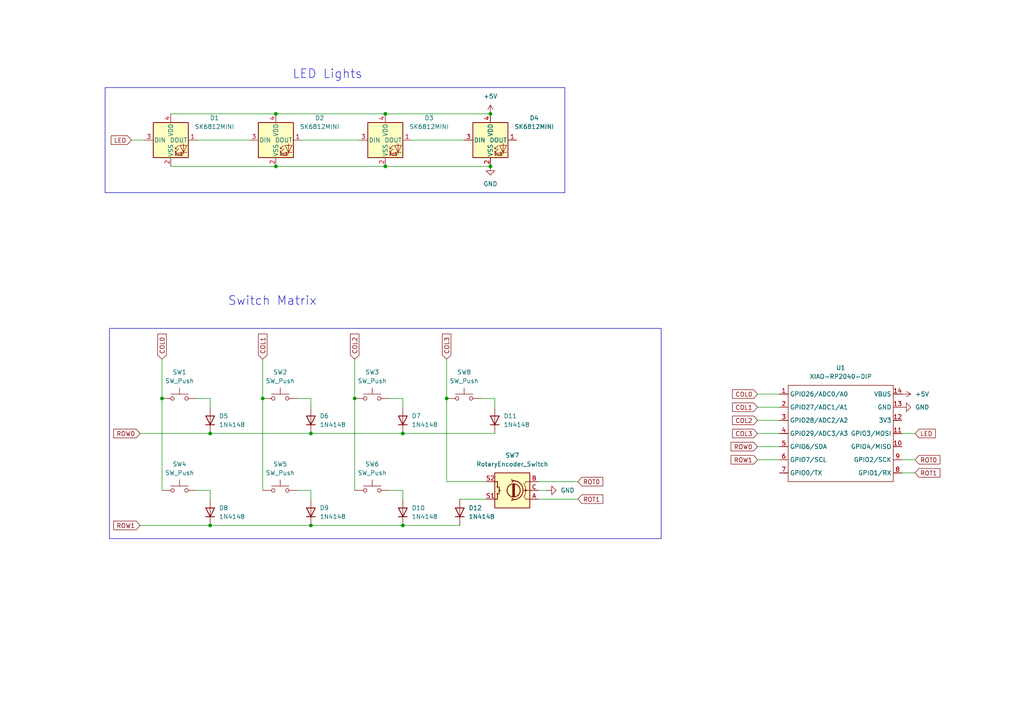
<source format=kicad_sch>
(kicad_sch (version 20250114) (generator "eeschema") (generator_version "9.0")
  (paper "A4")
  (title_block (title "Alexey Hackpad") (date "2025-07-02"))
  (lib_symbols
    (symbol "Device:RotaryEncoder_Switch" (pin_names (offset 0.254) (hide yes))
      (property "Reference" "SW" (at 0 6.604 0))
      (property "Value" "RotaryEncoder_Switch" (at 0 -6.604 0))
      (symbol "RotaryEncoder_Switch_0_1"
        (rectangle (start -5.08 5.08) (end 5.08 -5.08) (stroke (width 0.254)) (fill (type background)))
        (polyline (pts (xy -5.08 2.54) (xy -3.81 2.54) (xy -3.81 2.032)))
        (polyline (pts (xy -5.08 0) (xy -3.81 0) (xy -3.81 -1.016) (xy -3.302 -2.032)))
        (polyline (pts (xy -5.08 -2.54) (xy -3.81 -2.54) (xy -3.81 -2.032)))
        (polyline (pts (xy -4.318 0) (xy -3.81 0) (xy -3.81 1.016) (xy -3.302 2.032)))
        (circle (center -3.81 0) (radius 0.254) (fill (type outline)))
        (polyline (pts (xy -0.635 -1.778) (xy -0.635 1.778)) (stroke (width 0.254)))
        (circle (center -0.381 0) (radius 1.905) (stroke (width 0.254)))
        (polyline (pts (xy -0.381 -1.778) (xy -0.381 1.778)) (stroke (width 0.254)))
        (arc (start -0.381 -2.794) (mid -3.0988 -0.0635) (end -0.381 2.667) (stroke (width 0.254)))
        (polyline (pts (xy -0.127 1.778) (xy -0.127 -1.778)) (stroke (width 0.254)))
        (polyline (pts (xy 0.254 2.921) (xy -0.508 2.667) (xy 0.127 2.286)) (stroke (width 0.254)))
        (polyline (pts (xy 0.254 -3.048) (xy -0.508 -2.794) (xy 0.127 -2.413)) (stroke (width 0.254)))
        (polyline (pts (xy 3.81 1.016) (xy 3.81 -1.016)) (stroke (width 0.254)))
        (polyline (pts (xy 3.81 0) (xy 3.429 0)) (stroke (width 0.254)))
        (circle (center 4.318 1.016) (radius 0.127) (stroke (width 0.254)))
        (circle (center 4.318 -1.016) (radius 0.127) (stroke (width 0.254)))
        (polyline (pts (xy 5.08 2.54) (xy 4.318 2.54) (xy 4.318 1.016)) (stroke (width 0.254)))
        (polyline (pts (xy 5.08 -2.54) (xy 4.318 -2.54) (xy 4.318 -1.016)) (stroke (width 0.254)))
      )
      (symbol "RotaryEncoder_Switch_1_1"
        (pin passive line (at -7.62 2.54 0) (length 2.54) (name "A") (number "A"))
        (pin passive line (at -7.62 0 0) (length 2.54) (name "C") (number "C"))
        (pin passive line (at -7.62 -2.54 0) (length 2.54) (name "B") (number "B"))
        (pin passive line (at 7.62 2.54 180) (length 2.54) (name "S1") (number "S1"))
        (pin passive line (at 7.62 -2.54 180) (length 2.54) (name "S2") (number "S2"))
      )
    )
    (symbol "Diode:1N4148" (pin_numbers (hide yes)) (pin_names (hide yes))
      (property "Reference" "D" (at 0 2.54 0))
      (property "Value" "1N4148" (at 0 -2.54 0))
      (symbol "1N4148_0_1"
        (polyline (pts (xy -1.27 1.27) (xy -1.27 -1.27)) (stroke (width 0.254)))
        (polyline (pts (xy 1.27 1.27) (xy 1.27 -1.27) (xy -1.27 0) (xy 1.27 1.27)) (stroke (width 0.254)))
        (polyline (pts (xy 1.27 0) (xy -1.27 0)))
      )
      (symbol "1N4148_1_1"
        (pin passive line (at -3.81 0 0) (length 2.54) (name "K") (number "1"))
        (pin passive line (at 3.81 0 180) (length 2.54) (name "A") (number "2"))
      )
    )
    (symbol "LED:SK6812MINI" (pin_names (offset 0.254))
      (property "Reference" "D" (at 5.08 5.715 0))
      (property "Value" "SK6812MINI" (at 1.27 -5.715 0))
      (symbol "SK6812MINI_0_0"
        (text "RGB" (at 2.286 -4.191 0) (effects (font (size 0.762 0.762))))
      )
      (symbol "SK6812MINI_0_1"
        (polyline (pts (xy 1.27 -2.54) (xy 1.778 -2.54)))
        (polyline (pts (xy 1.27 -3.556) (xy 1.778 -3.556)))
        (polyline (pts (xy 2.286 -1.524) (xy 1.27 -2.54) (xy 1.27 -2.032)))
        (polyline (pts (xy 2.286 -2.54) (xy 1.27 -3.556) (xy 1.27 -3.048)))
        (polyline (pts (xy 3.683 -1.016) (xy 3.683 -3.556) (xy 3.683 -4.064)))
        (polyline (pts (xy 4.699 -1.524) (xy 2.667 -1.524) (xy 3.683 -3.556) (xy 4.699 -1.524)))
        (polyline (pts (xy 4.699 -3.556) (xy 2.667 -3.556)))
        (rectangle (start 5.08 5.08) (end -5.08 -5.08) (stroke (width 0.254)) (fill (type background)))
      )
      (symbol "SK6812MINI_1_1"
        (pin input line (at -7.62 0 0) (length 2.54) (name "DIN") (number "3"))
        (pin power_in line (at 0 7.62 270) (length 2.54) (name "VDD") (number "4"))
        (pin power_in line (at 0 -7.62 90) (length 2.54) (name "VSS") (number "2"))
        (pin output line (at 7.62 0 180) (length 2.54) (name "DOUT") (number "1"))
      )
    )
    (symbol "OPL:XIAO-RP2040-DIP"
      (property "Reference" "U" (at 0 0 0))
      (property "Value" "XIAO-RP2040-DIP" (at 5.334 -1.778 0))
      (symbol "XIAO-RP2040-DIP_1_0"
        (polyline (pts (xy -1.27 -2.54) (xy 29.21 -2.54)) (stroke (width 0.1524)))
        (polyline (pts (xy -1.27 -5.08) (xy -2.54 -5.08)) (stroke (width 0.1524)))
        (polyline (pts (xy -1.27 -5.08) (xy -1.27 -2.54)) (stroke (width 0.1524)))
        (polyline (pts (xy -1.27 -8.89) (xy -2.54 -8.89)) (stroke (width 0.1524)))
        (polyline (pts (xy -1.27 -8.89) (xy -1.27 -5.08)) (stroke (width 0.1524)))
        (polyline (pts (xy -1.27 -12.7) (xy -2.54 -12.7)) (stroke (width 0.1524)))
        (polyline (pts (xy -1.27 -12.7) (xy -1.27 -8.89)) (stroke (width 0.1524)))
        (polyline (pts (xy -1.27 -16.51) (xy -2.54 -16.51)) (stroke (width 0.1524)))
        (polyline (pts (xy -1.27 -16.51) (xy -1.27 -12.7)) (stroke (width 0.1524)))
        (polyline (pts (xy -1.27 -20.32) (xy -2.54 -20.32)) (stroke (width 0.1524)))
        (polyline (pts (xy -1.27 -24.13) (xy -2.54 -24.13)) (stroke (width 0.1524)))
        (polyline (pts (xy -1.27 -27.94) (xy -2.54 -27.94)) (stroke (width 0.1524)))
        (polyline (pts (xy -1.27 -30.48) (xy -1.27 -16.51)) (stroke (width 0.1524)))
        (polyline (pts (xy 29.21 -2.54) (xy 29.21 -5.08)) (stroke (width 0.1524)))
        (polyline (pts (xy 29.21 -5.08) (xy 29.21 -8.89)) (stroke (width 0.1524)))
        (polyline (pts (xy 29.21 -8.89) (xy 29.21 -12.7)) (stroke (width 0.1524)))
        (polyline (pts (xy 29.21 -12.7) (xy 29.21 -30.48)) (stroke (width 0.1524)))
        (polyline (pts (xy 29.21 -30.48) (xy -1.27 -30.48)) (stroke (width 0.1524)))
        (polyline (pts (xy 30.48 -5.08) (xy 29.21 -5.08)) (stroke (width 0.1524)))
        (polyline (pts (xy 30.48 -8.89) (xy 29.21 -8.89)) (stroke (width 0.1524)))
        (polyline (pts (xy 30.48 -12.7) (xy 29.21 -12.7)) (stroke (width 0.1524)))
        (polyline (pts (xy 30.48 -16.51) (xy 29.21 -16.51)) (stroke (width 0.1524)))
        (polyline (pts (xy 30.48 -20.32) (xy 29.21 -20.32)) (stroke (width 0.1524)))
        (polyline (pts (xy 30.48 -24.13) (xy 29.21 -24.13)) (stroke (width 0.1524)))
        (polyline (pts (xy 30.48 -27.94) (xy 29.21 -27.94)) (stroke (width 0.1524)))
        (pin passive line (at -3.81 -5.08 0) (length 2.54) (name "GPIO26/ADC0/A0") (number "1"))
        (pin passive line (at -3.81 -8.89 0) (length 2.54) (name "GPIO27/ADC1/A1") (number "2"))
        (pin passive line (at -3.81 -12.7 0) (length 2.54) (name "GPIO28/ADC2/A2") (number "3"))
        (pin passive line (at -3.81 -16.51 0) (length 2.54) (name "GPIO29/ADC3/A3") (number "4"))
        (pin passive line (at -3.81 -20.32 0) (length 2.54) (name "GPIO6/SDA") (number "5"))
        (pin passive line (at -3.81 -24.13 0) (length 2.54) (name "GPIO7/SCL") (number "6"))
        (pin passive line (at -3.81 -27.94 0) (length 2.54) (name "GPIO0/TX") (number "7"))
        (pin passive line (at 31.75 -5.08 180) (length 2.54) (name "VBUS") (number "14"))
        (pin passive line (at 31.75 -8.89 180) (length 2.54) (name "GND") (number "13"))
        (pin passive line (at 31.75 -12.7 180) (length 2.54) (name "3V3") (number "12"))
        (pin passive line (at 31.75 -16.51 180) (length 2.54) (name "GPIO3/MOSI") (number "11"))
        (pin passive line (at 31.75 -20.32 180) (length 2.54) (name "GPIO4/MISO") (number "10"))
        (pin passive line (at 31.75 -24.13 180) (length 2.54) (name "GPIO2/SCK") (number "9"))
        (pin passive line (at 31.75 -27.94 180) (length 2.54) (name "GPIO1/RX") (number "8"))
      )
    )
    (symbol "Switch:SW_Push" (pin_numbers (hide yes)) (pin_names (offset 1.016) (hide yes))
      (property "Reference" "SW" (at 1.27 2.54 0))
      (property "Value" "SW_Push" (at 0 -1.524 0))
      (symbol "SW_Push_0_1"
        (circle (center -2.032 0) (radius 0.508))
        (polyline (pts (xy 0 1.27) (xy 0 3.048)))
        (circle (center 2.032 0) (radius 0.508))
        (polyline (pts (xy 2.54 1.27) (xy -2.54 1.27)))
        (pin passive line (at -5.08 0 0) (length 2.54) (name "1") (number "1"))
        (pin passive line (at 5.08 0 180) (length 2.54) (name "2") (number "2"))
      )
    )
    (symbol "power:+5V" (power) (pin_numbers (hide yes)) (pin_names (offset 0) (hide yes))
      (property "Value" "+5V" (at 0 3.556 0))
      (symbol "+5V_0_1"
        (polyline (pts (xy -0.762 1.27) (xy 0 2.54)))
        (polyline (pts (xy 0 2.54) (xy 0.762 1.27)))
        (polyline (pts (xy 0 0) (xy 0 2.54)))
      )
      (symbol "+5V_1_1"
        (pin power_in line (at 0 0 90) (length 0) (name "~") (number "1"))
      )
    )
    (symbol "power:GND" (power) (pin_numbers (hide yes)) (pin_names (offset 0) (hide yes))
      (property "Value" "GND" (at 0 -3.81 0))
      (symbol "GND_0_1"
        (polyline (pts (xy 0 0) (xy 0 -1.27) (xy 1.27 -1.27) (xy 0 -2.54) (xy -1.27 -1.27) (xy 0 -1.27)))
      )
      (symbol "GND_1_1"
        (pin power_in line (at 0 0 270) (length 0) (name "~") (number "1"))
      )
    )
  )
  (rectangle (start 30.48 25.4) (end 163.83 55.88))
  (rectangle (start 31.75 95.25) (end 191.77 156.21))
  (text "LED Lights" (at 94.996 21.59 0) (effects (font (size 2.54 2.54))))
  (text "Switch Matrix" (at 78.994 87.376 0) (effects (font (size 2.54 2.54))))
  (junction (at 80.01 33.02))
  (junction (at 60.96 152.4))
  (junction (at 102.87 115.57))
  (junction (at 111.76 33.02))
  (junction (at 46.99 115.57))
  (junction (at 116.84 152.4))
  (junction (at 111.76 48.26))
  (junction (at 142.24 48.26))
  (junction (at 116.84 125.73))
  (junction (at 80.01 48.26))
  (junction (at 90.17 125.73))
  (junction (at 129.54 115.57))
  (junction (at 60.96 125.73))
  (junction (at 90.17 152.4))
  (junction (at 76.2 115.57))
  (junction (at 142.24 33.02))
  (wire (pts (xy 90.17 142.24) (xy 90.17 144.78)))
  (wire (pts (xy 113.03 115.57) (xy 116.84 115.57)))
  (wire (pts (xy 87.63 40.64) (xy 104.14 40.64)))
  (wire (pts (xy 261.62 137.16) (xy 265.43 137.16)))
  (wire (pts (xy 90.17 115.57) (xy 90.17 118.11)))
  (wire (pts (xy 80.01 33.02) (xy 111.76 33.02)))
  (wire (pts (xy 129.54 115.57) (xy 129.54 139.7)))
  (wire (pts (xy 57.15 40.64) (xy 72.39 40.64)))
  (wire (pts (xy 76.2 104.14) (xy 76.2 115.57)))
  (wire (pts (xy 49.53 33.02) (xy 80.01 33.02)))
  (wire (pts (xy 40.64 125.73) (xy 60.96 125.73)))
  (wire (pts (xy 86.36 142.24) (xy 90.17 142.24)))
  (wire (pts (xy 113.03 142.24) (xy 116.84 142.24)))
  (wire (pts (xy 111.76 33.02) (xy 142.24 33.02)))
  (wire (pts (xy 219.71 125.73) (xy 226.06 125.73)))
  (wire (pts (xy 133.35 152.4) (xy 116.84 152.4)))
  (wire (pts (xy 49.53 48.26) (xy 80.01 48.26)))
  (wire (pts (xy 86.36 115.57) (xy 90.17 115.57)))
  (wire (pts (xy 60.96 125.73) (xy 90.17 125.73)))
  (wire (pts (xy 219.71 129.54) (xy 226.06 129.54)))
  (wire (pts (xy 129.54 139.7) (xy 140.97 139.7)))
  (wire (pts (xy 90.17 152.4) (xy 60.96 152.4)))
  (wire (pts (xy 156.21 144.78) (xy 167.64 144.78)))
  (wire (pts (xy 156.21 139.7) (xy 167.64 139.7)))
  (wire (pts (xy 116.84 142.24) (xy 116.84 144.78)))
  (wire (pts (xy 219.71 133.35) (xy 226.06 133.35)))
  (wire (pts (xy 133.35 144.78) (xy 140.97 144.78)))
  (wire (pts (xy 116.84 152.4) (xy 90.17 152.4)))
  (wire (pts (xy 60.96 142.24) (xy 60.96 144.78)))
  (wire (pts (xy 60.96 115.57) (xy 60.96 118.11)))
  (wire (pts (xy 102.87 104.14) (xy 102.87 115.57)))
  (wire (pts (xy 80.01 48.26) (xy 111.76 48.26)))
  (wire (pts (xy 38.1 40.64) (xy 41.91 40.64)))
  (wire (pts (xy 60.96 152.4) (xy 40.64 152.4)))
  (wire (pts (xy 46.99 104.14) (xy 46.99 115.57)))
  (wire (pts (xy 156.21 142.24) (xy 158.75 142.24)))
  (wire (pts (xy 139.7 115.57) (xy 143.51 115.57)))
  (wire (pts (xy 119.38 40.64) (xy 134.62 40.64)))
  (wire (pts (xy 102.87 115.57) (xy 102.87 142.24)))
  (wire (pts (xy 219.71 114.3) (xy 226.06 114.3)))
  (wire (pts (xy 219.71 118.11) (xy 226.06 118.11)))
  (wire (pts (xy 90.17 125.73) (xy 116.84 125.73)))
  (wire (pts (xy 143.51 115.57) (xy 143.51 118.11)))
  (wire (pts (xy 111.76 48.26) (xy 142.24 48.26)))
  (wire (pts (xy 116.84 115.57) (xy 116.84 118.11)))
  (wire (pts (xy 57.15 142.24) (xy 60.96 142.24)))
  (wire (pts (xy 76.2 115.57) (xy 76.2 142.24)))
  (wire (pts (xy 57.15 115.57) (xy 60.96 115.57)))
  (wire (pts (xy 261.62 133.35) (xy 265.43 133.35)))
  (wire (pts (xy 261.62 125.73) (xy 265.43 125.73)))
  (wire (pts (xy 46.99 115.57) (xy 46.99 142.24)))
  (wire (pts (xy 129.54 104.14) (xy 129.54 115.57)))
  (wire (pts (xy 219.71 121.92) (xy 226.06 121.92)))
  (wire (pts (xy 143.51 125.73) (xy 116.84 125.73)))
  (global_label "COL3" (shape input) (at 129.54 104.14 90) (property "Intersheetrefs" "${INTERSHEET_REFS}" (effects (hide yes))))
  (global_label "COL3" (shape input) (at 219.71 125.73 180) (property "Intersheetrefs" "${INTERSHEET_REFS}" (effects (hide yes))))
  (global_label "COL0" (shape input) (at 46.99 104.14 90) (property "Intersheetrefs" "${INTERSHEET_REFS}" (effects (hide yes))))
  (global_label "ROT0" (shape input) (at 265.43 133.35 0) (property "Intersheetrefs" "${INTERSHEET_REFS}" (effects (hide yes))))
  (global_label "ROT1" (shape input) (at 167.64 144.78 0) (property "Intersheetrefs" "${INTERSHEET_REFS}" (effects (hide yes))))
  (global_label "LED" (shape input) (at 38.1 40.64 180) (property "Intersheetrefs" "${INTERSHEET_REFS}" (effects (hide yes))))
  (global_label "ROW0" (shape input) (at 219.71 129.54 180) (property "Intersheetrefs" "${INTERSHEET_REFS}" (effects (hide yes))))
  (global_label "ROW1" (shape input) (at 40.64 152.4 180) (property "Intersheetrefs" "${INTERSHEET_REFS}" (effects (hide yes))))
  (global_label "COL2" (shape input) (at 219.71 121.92 180) (property "Intersheetrefs" "${INTERSHEET_REFS}" (effects (hide yes))))
  (global_label "ROW1" (shape input) (at 219.71 133.35 180) (property "Intersheetrefs" "${INTERSHEET_REFS}" (effects (hide yes))))
  (global_label "COL1" (shape input) (at 219.71 118.11 180) (property "Intersheetrefs" "${INTERSHEET_REFS}" (effects (hide yes))))
  (global_label "ROT0" (shape input) (at 167.64 139.7 0) (property "Intersheetrefs" "${INTERSHEET_REFS}" (effects (hide yes))))
  (global_label "COL1" (shape input) (at 76.2 104.14 90) (property "Intersheetrefs" "${INTERSHEET_REFS}" (effects (hide yes))))
  (global_label "LED" (shape input) (at 265.43 125.73 0) (property "Intersheetrefs" "${INTERSHEET_REFS}" (effects (hide yes))))
  (global_label "ROW0" (shape input) (at 40.64 125.73 180) (property "Intersheetrefs" "${INTERSHEET_REFS}" (effects (hide yes))))
  (global_label "ROT1" (shape input) (at 265.43 137.16 0) (property "Intersheetrefs" "${INTERSHEET_REFS}" (effects (hide yes))))
  (global_label "COL0" (shape input) (at 219.71 114.3 180) (property "Intersheetrefs" "${INTERSHEET_REFS}" (effects (hide yes))))
  (global_label "COL2" (shape input) (at 102.87 104.14 90) (property "Intersheetrefs" "${INTERSHEET_REFS}" (effects (hide yes))))
  (symbol (lib_id "LED:SK6812MINI") (at 142.24 40.64 0) (unit 1)
    (property "Reference" "D4" (at 154.94 34.2198 0))
    (property "Value" "SK6812MINI" (at 154.94 36.7598 0))
    (property "Footprint" "LED_SMD:LED_SK6812MINI_PLCC4_3.5x3.5mm_P1.75mm" (effects (hide yes)))
    (property "Datasheet" "https://cdn-shop.adafruit.com/product-files/2686/SK6812MINI_REV.01-1-2.pdf" (effects (hide yes)))
    (property "Description" "RGB LED with integrated controller" (effects (hide yes)))
  )
  (symbol (lib_id "OPL:XIAO-RP2040-DIP") (at 229.87 109.22 0) (unit 1)
    (property "Reference" "U1" (at 243.84 106.68 0))
    (property "Value" "XIAO-RP2040-DIP" (at 243.84 109.22 0))
    (property "Footprint" "OPL:XIAO-RP2040-DIP" (effects (hide yes)))
  )
  (symbol (lib_id "Switch:SW_Push") (at 52.07 115.57 0) (unit 1)
    (property "Reference" "SW1" (at 52.07 107.95 0))
    (property "Value" "SW_Push" (at 52.07 110.49 0))
    (property "Footprint" "Button_Switch_Keyboard:SW_Cherry_MX_1.00u_PCB" (effects (hide yes)))
    (property "Description" "Push button switch, generic, two pins" (effects (hide yes)))
  )
  (symbol (lib_id "power:GND") (at 158.75 142.24 90) (unit 1)
    (property "Reference" "#PWR06" (effects (hide yes)))
    (property "Value" "GND" (at 162.56 142.2399 90) (effects (justify right)))
    (property "Description" "Power symbol creates a global label with name \"GND\" , ground" (effects (hide yes)))
  )
  (symbol (lib_id "Diode:1N4148") (at 133.35 148.59 90) (unit 1)
    (property "Reference" "D12" (at 135.89 147.3199 90) (effects (justify right)))
    (property "Value" "1N4148" (at 135.89 149.8599 90) (effects (justify right)))
    (property "Footprint" "Diode_THT:D_DO-35_SOD27_P7.62mm_Horizontal" (effects (hide yes)))
    (property "Datasheet" "https://assets.nexperia.com/documents/data-sheet/1N4148_1N4448.pdf" (effects (hide yes)))
    (property "Description" "100V 0.15A standard switching diode, DO-35" (effects (hide yes)))
    (property "Sim.Device" "D" (effects (hide yes)))
    (property "Sim.Pins" "1=K 2=A" (effects (hide yes)))
  )
  (symbol (lib_id "power:+5V") (at 261.62 114.3 270) (unit 1)
    (property "Reference" "#PWR01" (effects (hide yes)))
    (property "Value" "+5V" (at 265.43 114.2999 90) (effects (justify left)))
    (property "Description" "Power symbol creates a global label with name \"+5V\"" (effects (hide yes)))
  )
  (symbol (lib_id "Switch:SW_Push") (at 81.28 115.57 0) (unit 1)
    (property "Reference" "SW2" (at 81.28 107.95 0))
    (property "Value" "SW_Push" (at 81.28 110.49 0))
    (property "Footprint" "Button_Switch_Keyboard:SW_Cherry_MX_1.00u_PCB" (effects (hide yes)))
    (property "Description" "Push button switch, generic, two pins" (effects (hide yes)))
  )
  (symbol (lib_id "Switch:SW_Push") (at 134.62 115.57 0) (unit 1)
    (property "Reference" "SW8" (at 134.62 107.95 0))
    (property "Value" "SW_Push" (at 134.62 110.49 0))
    (property "Footprint" "Button_Switch_Keyboard:SW_Cherry_MX_1.00u_PCB" (effects (hide yes)))
    (property "Description" "Push button switch, generic, two pins" (effects (hide yes)))
  )
  (symbol (lib_id "LED:SK6812MINI") (at 49.53 40.64 0) (unit 1)
    (property "Reference" "D1" (at 62.23 34.2198 0))
    (property "Value" "SK6812MINI" (at 62.23 36.7598 0))
    (property "Footprint" "LED_SMD:LED_SK6812MINI_PLCC4_3.5x3.5mm_P1.75mm" (effects (hide yes)))
    (property "Datasheet" "https://cdn-shop.adafruit.com/product-files/2686/SK6812MINI_REV.01-1-2.pdf" (effects (hide yes)))
    (property "Description" "RGB LED with integrated controller" (effects (hide yes)))
  )
  (symbol (lib_id "Device:RotaryEncoder_Switch") (at 148.59 142.24 180) (unit 1)
    (property "Reference" "SW7" (at 148.59 132.08 0))
    (property "Value" "RotaryEncoder_Switch" (at 148.59 134.62 0))
    (property "Footprint" "Rotary_Encoder:RotaryEncoder_Alps_EC11E-Switch_Vertical_H20mm" (effects (hide yes)))
    (property "Description" "Rotary encoder, dual channel, incremental quadrate outputs, with switch" (effects (hide yes)))
  )
  (symbol (lib_id "Diode:1N4148") (at 116.84 148.59 90) (unit 1)
    (property "Reference" "D10" (at 119.38 147.3199 90) (effects (justify right)))
    (property "Value" "1N4148" (at 119.38 149.8599 90) (effects (justify right)))
    (property "Footprint" "Diode_THT:D_DO-35_SOD27_P7.62mm_Horizontal" (effects (hide yes)))
    (property "Datasheet" "https://assets.nexperia.com/documents/data-sheet/1N4148_1N4448.pdf" (effects (hide yes)))
    (property "Description" "100V 0.15A standard switching diode, DO-35" (effects (hide yes)))
    (property "Sim.Device" "D" (effects (hide yes)))
    (property "Sim.Pins" "1=K 2=A" (effects (hide yes)))
  )
  (symbol (lib_id "power:GND") (at 142.24 48.26 0) (unit 1)
    (property "Reference" "#PWR05" (effects (hide yes)))
    (property "Value" "GND" (at 142.24 53.34 0))
    (property "Description" "Power symbol creates a global label with name \"GND\" , ground" (effects (hide yes)))
  )
  (symbol (lib_id "Switch:SW_Push") (at 107.95 142.24 0) (unit 1)
    (property "Reference" "SW6" (at 107.95 134.62 0))
    (property "Value" "SW_Push" (at 107.95 137.16 0))
    (property "Footprint" "Button_Switch_Keyboard:SW_Cherry_MX_1.00u_PCB" (effects (hide yes)))
    (property "Description" "Push button switch, generic, two pins" (effects (hide yes)))
  )
  (symbol (lib_id "power:GND") (at 261.62 118.11 90) (unit 1)
    (property "Reference" "#PWR02" (effects (hide yes)))
    (property "Value" "GND" (at 265.43 118.1099 90) (effects (justify right)))
    (property "Description" "Power symbol creates a global label with name \"GND\" , ground" (effects (hide yes)))
  )
  (symbol (lib_id "Switch:SW_Push") (at 52.07 142.24 0) (unit 1)
    (property "Reference" "SW4" (at 52.07 134.62 0))
    (property "Value" "SW_Push" (at 52.07 137.16 0))
    (property "Footprint" "Button_Switch_Keyboard:SW_Cherry_MX_1.00u_PCB" (effects (hide yes)))
    (property "Description" "Push button switch, generic, two pins" (effects (hide yes)))
  )
  (symbol (lib_id "Diode:1N4148") (at 90.17 121.92 90) (unit 1)
    (property "Reference" "D6" (at 92.71 120.6499 90) (effects (justify right)))
    (property "Value" "1N4148" (at 92.71 123.1899 90) (effects (justify right)))
    (property "Footprint" "Diode_THT:D_DO-35_SOD27_P7.62mm_Horizontal" (effects (hide yes)))
    (property "Datasheet" "https://assets.nexperia.com/documents/data-sheet/1N4148_1N4448.pdf" (effects (hide yes)))
    (property "Description" "100V 0.15A standard switching diode, DO-35" (effects (hide yes)))
    (property "Sim.Device" "D" (effects (hide yes)))
    (property "Sim.Pins" "1=K 2=A" (effects (hide yes)))
  )
  (symbol (lib_id "power:+5V") (at 142.24 33.02 0) (unit 1)
    (property "Reference" "#PWR04" (effects (hide yes)))
    (property "Value" "+5V" (at 142.24 27.94 0))
    (property "Description" "Power symbol creates a global label with name \"+5V\"" (effects (hide yes)))
  )
  (symbol (lib_id "LED:SK6812MINI") (at 111.76 40.64 0) (unit 1)
    (property "Reference" "D3" (at 124.46 34.2198 0))
    (property "Value" "SK6812MINI" (at 124.46 36.7598 0))
    (property "Footprint" "LED_SMD:LED_SK6812MINI_PLCC4_3.5x3.5mm_P1.75mm" (effects (hide yes)))
    (property "Datasheet" "https://cdn-shop.adafruit.com/product-files/2686/SK6812MINI_REV.01-1-2.pdf" (effects (hide yes)))
    (property "Description" "RGB LED with integrated controller" (effects (hide yes)))
  )
  (symbol (lib_id "LED:SK6812MINI") (at 80.01 40.64 0) (unit 1)
    (property "Reference" "D2" (at 92.71 34.2198 0))
    (property "Value" "SK6812MINI" (at 92.71 36.7598 0))
    (property "Footprint" "LED_SMD:LED_SK6812MINI_PLCC4_3.5x3.5mm_P1.75mm" (effects (hide yes)))
    (property "Datasheet" "https://cdn-shop.adafruit.com/product-files/2686/SK6812MINI_REV.01-1-2.pdf" (effects (hide yes)))
    (property "Description" "RGB LED with integrated controller" (effects (hide yes)))
  )
  (symbol (lib_id "Switch:SW_Push") (at 81.28 142.24 0) (unit 1)
    (property "Reference" "SW5" (at 81.28 134.62 0))
    (property "Value" "SW_Push" (at 81.28 137.16 0))
    (property "Footprint" "Button_Switch_Keyboard:SW_Cherry_MX_1.00u_PCB" (effects (hide yes)))
    (property "Description" "Push button switch, generic, two pins" (effects (hide yes)))
  )
  (symbol (lib_id "Diode:1N4148") (at 60.96 148.59 90) (unit 1)
    (property "Reference" "D8" (at 63.5 147.3199 90) (effects (justify right)))
    (property "Value" "1N4148" (at 63.5 149.8599 90) (effects (justify right)))
    (property "Footprint" "Diode_THT:D_DO-35_SOD27_P7.62mm_Horizontal" (effects (hide yes)))
    (property "Datasheet" "https://assets.nexperia.com/documents/data-sheet/1N4148_1N4448.pdf" (effects (hide yes)))
    (property "Description" "100V 0.15A standard switching diode, DO-35" (effects (hide yes)))
    (property "Sim.Device" "D" (effects (hide yes)))
    (property "Sim.Pins" "1=K 2=A" (effects (hide yes)))
  )
  (symbol (lib_id "Diode:1N4148") (at 116.84 121.92 90) (unit 1)
    (property "Reference" "D7" (at 119.38 120.6499 90) (effects (justify right)))
    (property "Value" "1N4148" (at 119.38 123.1899 90) (effects (justify right)))
    (property "Footprint" "Diode_THT:D_DO-35_SOD27_P7.62mm_Horizontal" (effects (hide yes)))
    (property "Datasheet" "https://assets.nexperia.com/documents/data-sheet/1N4148_1N4448.pdf" (effects (hide yes)))
    (property "Description" "100V 0.15A standard switching diode, DO-35" (effects (hide yes)))
    (property "Sim.Device" "D" (effects (hide yes)))
    (property "Sim.Pins" "1=K 2=A" (effects (hide yes)))
  )
  (symbol (lib_id "Diode:1N4148") (at 143.51 121.92 90) (unit 1)
    (property "Reference" "D11" (at 146.05 120.6499 90) (effects (justify right)))
    (property "Value" "1N4148" (at 146.05 123.1899 90) (effects (justify right)))
    (property "Footprint" "Diode_THT:D_DO-35_SOD27_P7.62mm_Horizontal" (effects (hide yes)))
    (property "Datasheet" "https://assets.nexperia.com/documents/data-sheet/1N4148_1N4448.pdf" (effects (hide yes)))
    (property "Description" "100V 0.15A standard switching diode, DO-35" (effects (hide yes)))
    (property "Sim.Device" "D" (effects (hide yes)))
    (property "Sim.Pins" "1=K 2=A" (effects (hide yes)))
  )
  (symbol (lib_id "Diode:1N4148") (at 90.17 148.59 90) (unit 1)
    (property "Reference" "D9" (at 92.71 147.3199 90) (effects (justify right)))
    (property "Value" "1N4148" (at 92.71 149.8599 90) (effects (justify right)))
    (property "Footprint" "Diode_THT:D_DO-35_SOD27_P7.62mm_Horizontal" (effects (hide yes)))
    (property "Datasheet" "https://assets.nexperia.com/documents/data-sheet/1N4148_1N4448.pdf" (effects (hide yes)))
    (property "Description" "100V 0.15A standard switching diode, DO-35" (effects (hide yes)))
    (property "Sim.Device" "D" (effects (hide yes)))
    (property "Sim.Pins" "1=K 2=A" (effects (hide yes)))
  )
  (symbol (lib_id "Diode:1N4148") (at 60.96 121.92 90) (unit 1)
    (property "Reference" "D5" (at 63.5 120.6499 90) (effects (justify right)))
    (property "Value" "1N4148" (at 63.5 123.1899 90) (effects (justify right)))
    (property "Footprint" "Diode_THT:D_DO-35_SOD27_P7.62mm_Horizontal" (effects (hide yes)))
    (property "Datasheet" "https://assets.nexperia.com/documents/data-sheet/1N4148_1N4448.pdf" (effects (hide yes)))
    (property "Description" "100V 0.15A standard switching diode, DO-35" (effects (hide yes)))
    (property "Sim.Device" "D" (effects (hide yes)))
    (property "Sim.Pins" "1=K 2=A" (effects (hide yes)))
  )
  (symbol (lib_id "Switch:SW_Push") (at 107.95 115.57 0) (unit 1)
    (property "Reference" "SW3" (at 107.95 107.95 0))
    (property "Value" "SW_Push" (at 107.95 110.49 0))
    (property "Footprint" "Button_Switch_Keyboard:SW_Cherry_MX_1.00u_PCB" (effects (hide yes)))
    (property "Description" "Push button switch, generic, two pins" (effects (hide yes)))
  )
)
</source>
